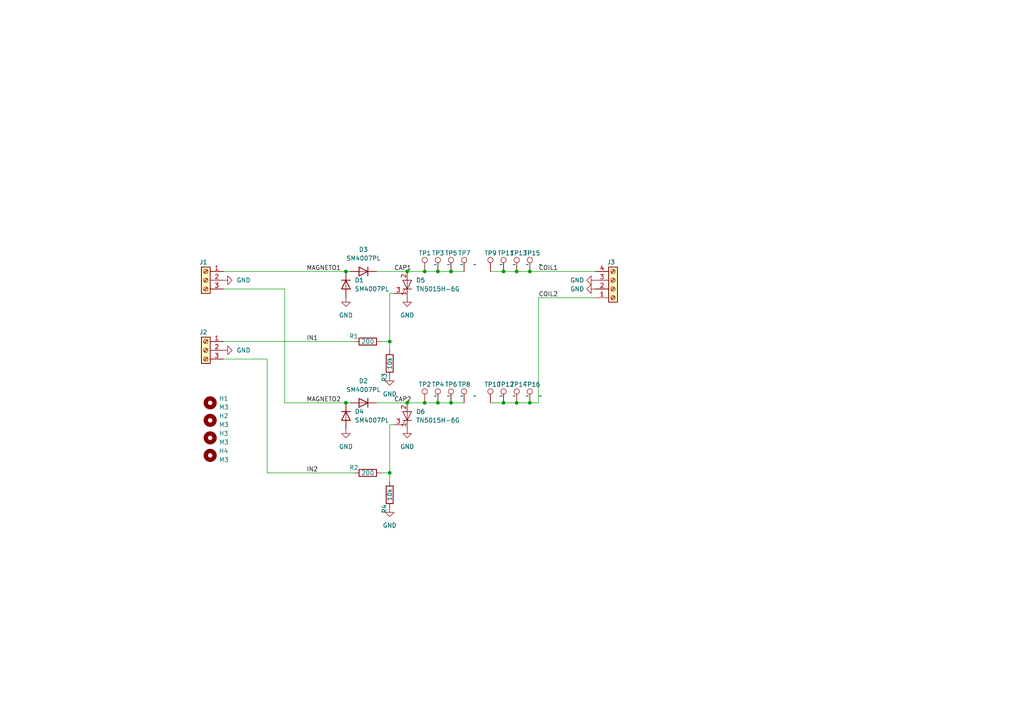
<source format=kicad_sch>
(kicad_sch (version 20231120) (generator "eeschema") (generator_version "8.0")
  (paper "A4")
  (lib_symbols
    (symbol "Connector:Screw_Terminal_01x03" (pin_names (offset 1.016) hide)
      (property "Reference" "J" (at 0 5.08 0))
      (property "Value" "Screw_Terminal_01x03" (at 0 -5.08 0))
      (symbol "Screw_Terminal_01x03_1_1"
        (rectangle (start -1.27 3.81) (end 1.27 -3.81) (stroke (width 0.254)) (fill (type background)))
        (circle (center 0 -2.54) (radius 0.635) (stroke (width 0.1524)))
        (polyline (pts (xy -0.5334 -2.2098) (xy 0.3302 -3.048)) (stroke (width 0.1524)))
        (polyline (pts (xy -0.5334 0.3302) (xy 0.3302 -0.508)) (stroke (width 0.1524)))
        (polyline (pts (xy -0.5334 2.8702) (xy 0.3302 2.032)) (stroke (width 0.1524)))
        (polyline (pts (xy -0.3556 -2.032) (xy 0.508 -2.8702)) (stroke (width 0.1524)))
        (polyline (pts (xy -0.3556 0.508) (xy 0.508 -0.3302)) (stroke (width 0.1524)))
        (polyline (pts (xy -0.3556 3.048) (xy 0.508 2.2098)) (stroke (width 0.1524)))
        (circle (center 0 0) (radius 0.635) (stroke (width 0.1524)))
        (circle (center 0 2.54) (radius 0.635) (stroke (width 0.1524)))
        (pin passive line (at -5.08 2.54 0) (length 3.81) (name "Pin_1") (number "1"))
        (pin passive line (at -5.08 0 0) (length 3.81) (name "Pin_2") (number "2"))
        (pin passive line (at -5.08 -2.54 0) (length 3.81) (name "Pin_3") (number "3"))
      )
    )
    (symbol "Connector:Screw_Terminal_01x04" (pin_names (offset 1.016) hide)
      (property "Reference" "J" (at 0 5.08 0))
      (property "Value" "Screw_Terminal_01x04" (at 0 -7.62 0))
      (symbol "Screw_Terminal_01x04_1_1"
        (rectangle (start -1.27 3.81) (end 1.27 -6.35) (stroke (width 0.254)) (fill (type background)))
        (circle (center 0 -5.08) (radius 0.635) (stroke (width 0.1524)))
        (circle (center 0 -2.54) (radius 0.635) (stroke (width 0.1524)))
        (polyline (pts (xy -0.5334 -4.7498) (xy 0.3302 -5.588)) (stroke (width 0.1524)))
        (polyline (pts (xy -0.5334 -2.2098) (xy 0.3302 -3.048)) (stroke (width 0.1524)))
        (polyline (pts (xy -0.5334 0.3302) (xy 0.3302 -0.508)) (stroke (width 0.1524)))
        (polyline (pts (xy -0.5334 2.8702) (xy 0.3302 2.032)) (stroke (width 0.1524)))
        (polyline (pts (xy -0.3556 -4.572) (xy 0.508 -5.4102)) (stroke (width 0.1524)))
        (polyline (pts (xy -0.3556 -2.032) (xy 0.508 -2.8702)) (stroke (width 0.1524)))
        (polyline (pts (xy -0.3556 0.508) (xy 0.508 -0.3302)) (stroke (width 0.1524)))
        (polyline (pts (xy -0.3556 3.048) (xy 0.508 2.2098)) (stroke (width 0.1524)))
        (circle (center 0 0) (radius 0.635) (stroke (width 0.1524)))
        (circle (center 0 2.54) (radius 0.635) (stroke (width 0.1524)))
        (pin passive line (at -5.08 2.54 0) (length 3.81) (name "Pin_1") (number "1"))
        (pin passive line (at -5.08 0 0) (length 3.81) (name "Pin_2") (number "2"))
        (pin passive line (at -5.08 -2.54 0) (length 3.81) (name "Pin_3") (number "3"))
        (pin passive line (at -5.08 -5.08 0) (length 3.81) (name "Pin_4") (number "4"))
      )
    )
    (symbol "Connector:TestPoint" (pin_numbers hide) (pin_names (offset 0.762) hide)
      (property "Reference" "TP" (at 0 6.858 0))
      (property "Value" "TestPoint" (at 0 5.08 0))
      (symbol "TestPoint_0_1"
        (circle (center 0 3.302) (radius 0.762))
      )
      (symbol "TestPoint_1_1"
        (pin passive line (at 0 0 90) (length 2.54) (name "1") (number "1"))
      )
    )
    (symbol "Device:Q_SCR_KAG" (pin_names (offset 0) hide)
      (property "Reference" "D" (at 1.905 0.635 0))
      (property "Value" "Q_SCR_KAG" (at 1.905 -1.27 0))
      (symbol "Q_SCR_KAG_0_1"
        (polyline (pts (xy -1.27 -2.54) (xy -0.635 -1.27)))
        (polyline (pts (xy -1.27 -1.27) (xy 1.27 -1.27)) (stroke (width 0.2032)))
        (polyline (pts (xy 0 -2.54) (xy 0 2.54)))
        (polyline (pts (xy -1.27 1.27) (xy 1.27 1.27) (xy 0 -1.27) (xy -1.27 1.27)) (stroke (width 0.2032)))
      )
      (symbol "Q_SCR_KAG_1_1"
        (pin passive line (at 0 -3.81 90) (length 2.54) (name "K") (number "1"))
        (pin passive line (at 0 3.81 270) (length 2.54) (name "A") (number "2"))
        (pin input line (at -3.81 -2.54 0) (length 2.54) (name "G") (number "3"))
      )
    )
    (symbol "Device:R" (pin_numbers hide) (pin_names (offset 0))
      (property "Reference" "R" (at 2.032 0 90))
      (property "Value" "R" (at 0 0 90))
      (symbol "R_0_1"
        (rectangle (start -1.016 -2.54) (end 1.016 2.54) (stroke (width 0.254)))
      )
      (symbol "R_1_1"
        (pin passive line (at 0 3.81 270) (length 1.27) (name "~") (number "1"))
        (pin passive line (at 0 -3.81 90) (length 1.27) (name "~") (number "2"))
      )
    )
    (symbol "Diode:1N4007" (pin_numbers hide) (pin_names hide)
      (property "Reference" "D" (at 0 2.54 0))
      (property "Value" "1N4007" (at 0 -2.54 0))
      (symbol "1N4007_0_1"
        (polyline (pts (xy -1.27 1.27) (xy -1.27 -1.27)) (stroke (width 0.254)))
        (polyline (pts (xy 1.27 0) (xy -1.27 0)))
        (polyline (pts (xy 1.27 1.27) (xy 1.27 -1.27) (xy -1.27 0) (xy 1.27 1.27)) (stroke (width 0.254)))
      )
      (symbol "1N4007_1_1"
        (pin passive line (at -3.81 0 0) (length 2.54) (name "K") (number "1"))
        (pin passive line (at 3.81 0 180) (length 2.54) (name "A") (number "2"))
      )
    )
    (symbol "Mechanical:MountingHole" (pin_names (offset 1.016)) (exclude_from_sim yes) (in_bom no)
      (property "Reference" "H" (at 0 5.08 0))
      (property "Value" "MountingHole" (at 0 3.175 0))
      (symbol "MountingHole_0_1"
        (circle (center 0 0) (radius 1.27) (stroke (width 1.27)))
      )
    )
    (symbol "power:GND" (power) (pin_numbers hide) (pin_names (offset 0) hide)
      (property "Value" "GND" (at 0 -3.81 0))
      (symbol "GND_0_1"
        (polyline (pts (xy 0 0) (xy 0 -1.27) (xy 1.27 -1.27) (xy 0 -2.54) (xy -1.27 -1.27) (xy 0 -1.27)))
      )
      (symbol "GND_1_1"
        (pin power_in line (at 0 0 270) (length 0) (name "~") (number "1"))
      )
    )
  )
  (junction (at 118.11 78.74))
  (junction (at 113.03 137.16))
  (junction (at 100.33 78.74))
  (junction (at 113.03 99.06))
  (junction (at 123.19 78.74))
  (junction (at 100.33 116.84))
  (junction (at 127 116.84))
  (junction (at 149.86 116.84))
  (junction (at 118.11 116.84))
  (junction (at 153.67 78.74))
  (junction (at 123.19 116.84))
  (junction (at 127 78.74))
  (junction (at 146.05 78.74))
  (junction (at 153.67 116.84))
  (junction (at 146.05 116.84))
  (junction (at 130.81 78.74))
  (junction (at 130.81 116.84))
  (junction (at 149.86 78.74))
  (wire (pts (xy 118.11 116.84) (xy 123.19 116.84)))
  (wire (pts (xy 77.47 137.16) (xy 102.87 137.16)))
  (wire (pts (xy 127 78.74) (xy 130.81 78.74)))
  (wire (pts (xy 110.49 137.16) (xy 113.03 137.16)))
  (wire (pts (xy 82.55 83.82) (xy 64.77 83.82)))
  (wire (pts (xy 109.22 78.74) (xy 118.11 78.74)))
  (wire (pts (xy 110.49 99.06) (xy 113.03 99.06)))
  (wire (pts (xy 77.47 137.16) (xy 77.47 104.14)))
  (wire (pts (xy 113.03 139.7) (xy 113.03 137.16)))
  (wire (pts (xy 82.55 116.84) (xy 82.55 83.82)))
  (wire (pts (xy 82.55 116.84) (xy 100.33 116.84)))
  (wire (pts (xy 113.03 137.16) (xy 113.03 123.19)))
  (wire (pts (xy 109.22 116.84) (xy 118.11 116.84)))
  (wire (pts (xy 113.03 85.09) (xy 114.3 85.09)))
  (wire (pts (xy 64.77 78.74) (xy 100.33 78.74)))
  (wire (pts (xy 153.67 78.74) (xy 172.72 78.74)))
  (wire (pts (xy 113.03 101.6) (xy 113.03 99.06)))
  (wire (pts (xy 118.11 78.74) (xy 123.19 78.74)))
  (wire (pts (xy 156.21 116.84) (xy 156.21 86.36)))
  (wire (pts (xy 100.33 78.74) (xy 101.6 78.74)))
  (wire (pts (xy 100.33 116.84) (xy 101.6 116.84)))
  (wire (pts (xy 149.86 78.74) (xy 153.67 78.74)))
  (wire (pts (xy 146.05 78.74) (xy 149.86 78.74)))
  (wire (pts (xy 149.86 116.84) (xy 153.67 116.84)))
  (wire (pts (xy 156.21 86.36) (xy 172.72 86.36)))
  (wire (pts (xy 130.81 78.74) (xy 134.62 78.74)))
  (wire (pts (xy 142.24 78.74) (xy 146.05 78.74)))
  (wire (pts (xy 64.77 99.06) (xy 102.87 99.06)))
  (wire (pts (xy 146.05 116.84) (xy 149.86 116.84)))
  (wire (pts (xy 113.03 99.06) (xy 113.03 85.09)))
  (wire (pts (xy 130.81 116.84) (xy 134.62 116.84)))
  (wire (pts (xy 153.67 116.84) (xy 156.21 116.84)))
  (wire (pts (xy 113.03 123.19) (xy 114.3 123.19)))
  (wire (pts (xy 142.24 116.84) (xy 146.05 116.84)))
  (wire (pts (xy 123.19 78.74) (xy 127 78.74)))
  (wire (pts (xy 77.47 104.14) (xy 64.77 104.14)))
  (wire (pts (xy 123.19 116.84) (xy 127 116.84)))
  (wire (pts (xy 127 116.84) (xy 130.81 116.84)))
  (label "COIL2" (at 156.21 86.36 0))
  (label "COIL1" (at 156.21 78.74 0))
  (label "CAP1" (at 114.3 78.74 0))
  (label "CAP2" (at 114.3 116.84 0))
  (label "IN2" (at 88.9 137.16 0))
  (label "MAGNETO2" (at 88.9 116.84 0))
  (label "MAGNETO1" (at 88.9 78.74 0))
  (label "IN1" (at 88.9 99.06 0))
  (symbol (lib_id "Device:R") (at 113.03 105.41 180) (unit 1)
    (property "Reference" "R3" (at 111.506 109.474 90))
    (property "Value" "10k" (at 113.03 105.41 90))
    (property "Footprint" "Resistor_SMD:R_1206_3216Metric_Pad1.30x1.75mm_HandSolder" (effects (hide yes)))
    (property "Description" "Resistor" (effects (hide yes)))
    (property "LCSC" "C175515" (effects (hide yes)))
  )
  (symbol (lib_id "Connector:Screw_Terminal_01x04") (at 177.8 83.82 0) (mirror x) (unit 1)
    (property "Reference" "J3" (at 177.2285 76.0434 0))
    (property "Value" "Screw_Terminal_01x04" (effects (hide yes)))
    (property "Footprint" "TerminalBlock_MetzConnect:TerminalBlock_MetzConnect_Type055_RT01504HDWU_1x04_P5.00mm_Horizontal" (effects (hide yes)))
    (property "LCSC" "C173286" (effects (hide yes)))
  )
  (symbol (lib_id "Connector:Screw_Terminal_01x03") (at 59.69 81.28 0) (mirror y) (unit 1)
    (property "Reference" "J1" (at 58.9915 76.0434 0))
    (property "Value" "Screw_Terminal_01x03" (effects (hide yes)))
    (property "Footprint" "TerminalBlock_MetzConnect:TerminalBlock_MetzConnect_Type055_RT01503HDWU_1x03_P5.00mm_Horizontal" (effects (hide yes)))
    (property "LCSC" "C557647" (effects (hide yes)))
  )
  (symbol (lib_id "power:GND") (at 100.33 86.36 0) (unit 1)
    (property "Reference" "#PWR03" (effects (hide yes)))
    (property "Value" "GND" (at 100.33 91.44 0))
    (property "Description" "Power symbol creates a global label with name \"GND\" , ground" (effects (hide yes)))
  )
  (symbol (lib_id "Connector:TestPoint") (at 153.67 78.74 0) (unit 1)
    (property "Reference" "TP15" (at 151.892 73.406 0) (effects (justify left)))
    (property "Value" "~" (at 156.21 76.7079 0) (effects (justify left)))
    (property "Footprint" "Connector_Wire:SolderWire-1sqmm_1x01_D1.4mm_OD2.7mm" (effects (hide yes)))
  )
  (symbol (lib_id "power:GND") (at 64.77 81.28 90) (unit 1)
    (property "Reference" "#PWR01" (effects (hide yes)))
    (property "Value" "GND" (at 68.58 81.2799 90) (effects (justify right)))
  )
  (symbol (lib_id "Connector:TestPoint") (at 134.62 78.74 0) (unit 1)
    (property "Reference" "TP7" (at 132.842 73.406 0) (effects (justify left)))
    (property "Value" "~" (at 137.16 76.7079 0) (effects (justify left)))
    (property "Footprint" "Connector_Wire:SolderWire-1sqmm_1x01_D1.4mm_OD2.7mm" (effects (hide yes)))
  )
  (symbol (lib_id "Diode:1N4007") (at 100.33 82.55 270) (unit 1)
    (property "Reference" "D1" (at 102.87 81.2799 90) (effects (justify left)))
    (property "Value" "SM4007PL" (at 102.87 83.8199 90) (effects (justify left)))
    (property "Footprint" "Diode_SMD:D_SOD-123F" (effects (hide yes)))
    (property "Datasheet" "http://www.vishay.com/docs/88503/1n4001.pdf" (effects (hide yes)))
    (property "Description" "1000V 1A General Purpose Rectifier Diode, DO-41" (effects (hide yes)))
    (property "LCSC" "C64898" (effects (hide yes)))
  )
  (symbol (lib_id "power:GND") (at 172.72 83.82 270) (unit 1)
    (property "Reference" "#PWR010" (effects (hide yes)))
    (property "Value" "GND" (at 167.386 83.82 90))
    (property "Description" "Power symbol creates a global label with name \"GND\" , ground" (effects (hide yes)))
  )
  (symbol (lib_id "Connector:Screw_Terminal_01x03") (at 59.69 101.6 0) (mirror y) (unit 1)
    (property "Reference" "J2" (at 58.9915 96.3634 0))
    (property "Value" "Screw_Terminal_01x03" (effects (hide yes)))
    (property "Footprint" "TerminalBlock_MetzConnect:TerminalBlock_MetzConnect_Type055_RT01503HDWU_1x03_P5.00mm_Horizontal" (effects (hide yes)))
    (property "LCSC" "C557647" (effects (hide yes)))
  )
  (symbol (lib_id "Connector:TestPoint") (at 123.19 116.84 0) (unit 1)
    (property "Reference" "TP2" (at 121.412 111.506 0) (effects (justify left)))
    (property "Value" "~" (at 125.73 114.8079 0) (effects (justify left)))
    (property "Footprint" "Connector_Wire:SolderWire-1sqmm_1x01_D1.4mm_OD2.7mm" (effects (hide yes)))
  )
  (symbol (lib_id "Mechanical:MountingHole") (at 60.96 121.92 0) (unit 1) (exclude_from_sim yes) (in_bom no)
    (property "Reference" "H2" (at 63.5 120.6499 0) (effects (justify left)))
    (property "Value" "M3" (at 63.5 123.1899 0) (effects (justify left)))
    (property "Footprint" "MountingHole:MountingHole_3.2mm_M3_Pad_Via" (effects (hide yes)))
    (property "Description" "Mounting Hole without connection" (effects (hide yes)))
  )
  (symbol (lib_id "power:GND") (at 64.77 101.6 90) (unit 1)
    (property "Reference" "#PWR02" (effects (hide yes)))
    (property "Value" "GND" (at 68.58 101.5999 90) (effects (justify right)))
  )
  (symbol (lib_id "power:GND") (at 113.03 109.22 0) (unit 1)
    (property "Reference" "#PWR05" (effects (hide yes)))
    (property "Value" "GND" (at 113.03 114.3 0))
    (property "Description" "Power symbol creates a global label with name \"GND\" , ground" (effects (hide yes)))
  )
  (symbol (lib_id "Diode:1N4007") (at 105.41 116.84 180) (unit 1)
    (property "Reference" "D2" (at 105.41 110.49 0))
    (property "Value" "SM4007PL" (at 105.41 113.03 0))
    (property "Footprint" "Diode_SMD:D_SOD-123F" (effects (hide yes)))
    (property "Datasheet" "http://www.vishay.com/docs/88503/1n4001.pdf" (effects (hide yes)))
    (property "Description" "1000V 1A General Purpose Rectifier Diode, DO-41" (effects (hide yes)))
    (property "LCSC" "C64898" (effects (hide yes)))
  )
  (symbol (lib_id "Connector:TestPoint") (at 130.81 78.74 0) (unit 1)
    (property "Reference" "TP5" (at 129.032 73.406 0) (effects (justify left)))
    (property "Value" "~" (at 133.35 76.7079 0) (effects (justify left)))
    (property "Footprint" "Connector_Wire:SolderWire-1sqmm_1x01_D1.4mm_OD2.7mm" (effects (hide yes)))
  )
  (symbol (lib_id "Connector:TestPoint") (at 134.62 116.84 0) (unit 1)
    (property "Reference" "TP8" (at 132.842 111.506 0) (effects (justify left)))
    (property "Value" "~" (at 137.16 114.8079 0) (effects (justify left)))
    (property "Footprint" "Connector_Wire:SolderWire-1sqmm_1x01_D1.4mm_OD2.7mm" (effects (hide yes)))
  )
  (symbol (lib_id "Device:R") (at 113.03 143.51 180) (unit 1)
    (property "Reference" "R4" (at 111.506 147.574 90))
    (property "Value" "10k" (at 113.03 143.51 90))
    (property "Footprint" "Resistor_SMD:R_1206_3216Metric_Pad1.30x1.75mm_HandSolder" (effects (hide yes)))
    (property "Description" "Resistor" (effects (hide yes)))
    (property "LCSC" "C175515" (effects (hide yes)))
  )
  (symbol (lib_id "Connector:TestPoint") (at 127 116.84 0) (unit 1)
    (property "Reference" "TP4" (at 125.222 111.506 0) (effects (justify left)))
    (property "Value" "~" (at 129.54 114.8079 0) (effects (justify left)))
    (property "Footprint" "Connector_Wire:SolderWire-1sqmm_1x01_D1.4mm_OD2.7mm" (effects (hide yes)))
  )
  (symbol (lib_id "Connector:TestPoint") (at 142.24 78.74 0) (unit 1)
    (property "Reference" "TP9" (at 140.462 73.406 0) (effects (justify left)))
    (property "Value" "~" (at 144.78 76.7079 0) (effects (justify left)))
    (property "Footprint" "Connector_Wire:SolderWire-1sqmm_1x01_D1.4mm_OD2.7mm" (effects (hide yes)))
  )
  (symbol (lib_id "Connector:TestPoint") (at 130.81 116.84 0) (unit 1)
    (property "Reference" "TP6" (at 129.032 111.506 0) (effects (justify left)))
    (property "Value" "~" (at 133.35 114.8079 0) (effects (justify left)))
    (property "Footprint" "Connector_Wire:SolderWire-1sqmm_1x01_D1.4mm_OD2.7mm" (effects (hide yes)))
  )
  (symbol (lib_id "power:GND") (at 100.33 124.46 0) (unit 1)
    (property "Reference" "#PWR04" (effects (hide yes)))
    (property "Value" "GND" (at 100.33 129.54 0))
    (property "Description" "Power symbol creates a global label with name \"GND\" , ground" (effects (hide yes)))
  )
  (symbol (lib_id "power:GND") (at 113.03 147.32 0) (unit 1)
    (property "Reference" "#PWR06" (effects (hide yes)))
    (property "Value" "GND" (at 113.03 152.4 0))
    (property "Description" "Power symbol creates a global label with name \"GND\" , ground" (effects (hide yes)))
  )
  (symbol (lib_id "Connector:TestPoint") (at 153.67 116.84 0) (unit 1)
    (property "Reference" "TP16" (at 151.892 111.506 0) (effects (justify left)))
    (property "Value" "~" (at 156.21 114.8079 0) (effects (justify left)))
    (property "Footprint" "Connector_Wire:SolderWire-1sqmm_1x01_D1.4mm_OD2.7mm" (effects (hide yes)))
  )
  (symbol (lib_id "Device:Q_SCR_KAG") (at 118.11 120.65 0) (unit 1)
    (property "Reference" "D6" (at 120.65 119.3799 0) (effects (justify left)))
    (property "Value" "TN5015H-6G" (at 120.65 121.9199 0) (effects (justify left)))
    (property "Footprint" "Package_TO_SOT_SMD:TO-263-2" (effects (hide yes)))
    (property "Description" "Silicon controlled rectifier, cathode/anode/gate" (effects (hide yes)))
    (property "LCSC" "C2971185" (effects (hide yes)))
  )
  (symbol (lib_id "Connector:TestPoint") (at 123.19 78.74 0) (unit 1)
    (property "Reference" "TP1" (at 121.412 73.406 0) (effects (justify left)))
    (property "Value" "~" (at 125.73 76.7079 0) (effects (justify left)))
    (property "Footprint" "Connector_Wire:SolderWire-1sqmm_1x01_D1.4mm_OD2.7mm" (effects (hide yes)))
  )
  (symbol (lib_id "power:GND") (at 172.72 81.28 270) (unit 1)
    (property "Reference" "#PWR09" (effects (hide yes)))
    (property "Value" "GND" (at 167.386 81.28 90))
    (property "Description" "Power symbol creates a global label with name \"GND\" , ground" (effects (hide yes)))
  )
  (symbol (lib_id "Device:R") (at 106.68 137.16 90) (unit 1)
    (property "Reference" "R2" (at 102.616 135.636 90))
    (property "Value" "200" (at 106.68 137.16 90))
    (property "Footprint" "Resistor_SMD:R_1206_3216Metric_Pad1.30x1.75mm_HandSolder" (effects (hide yes)))
    (property "Description" "Resistor" (effects (hide yes)))
    (property "LCSC" "C2962216" (effects (hide yes)))
  )
  (symbol (lib_id "Connector:TestPoint") (at 146.05 116.84 0) (unit 1)
    (property "Reference" "TP12" (at 144.272 111.506 0) (effects (justify left)))
    (property "Value" "~" (at 148.59 114.8079 0) (effects (justify left)))
    (property "Footprint" "Connector_Wire:SolderWire-1sqmm_1x01_D1.4mm_OD2.7mm" (effects (hide yes)))
  )
  (symbol (lib_id "Mechanical:MountingHole") (at 60.96 127 0) (unit 1) (exclude_from_sim yes) (in_bom no)
    (property "Reference" "H3" (at 63.5 125.7299 0) (effects (justify left)))
    (property "Value" "M3" (at 63.5 128.2699 0) (effects (justify left)))
    (property "Footprint" "MountingHole:MountingHole_3.2mm_M3_Pad_Via" (effects (hide yes)))
    (property "Description" "Mounting Hole without connection" (effects (hide yes)))
  )
  (symbol (lib_id "Connector:TestPoint") (at 142.24 116.84 0) (unit 1)
    (property "Reference" "TP10" (at 140.462 111.506 0) (effects (justify left)))
    (property "Value" "~" (at 144.78 114.8079 0) (effects (justify left)))
    (property "Footprint" "Connector_Wire:SolderWire-1sqmm_1x01_D1.4mm_OD2.7mm" (effects (hide yes)))
  )
  (symbol (lib_id "Mechanical:MountingHole") (at 60.96 132.08 0) (unit 1) (exclude_from_sim yes) (in_bom no)
    (property "Reference" "H4" (at 63.5 130.8099 0) (effects (justify left)))
    (property "Value" "M3" (at 63.5 133.3499 0) (effects (justify left)))
    (property "Footprint" "MountingHole:MountingHole_3.2mm_M3_Pad_Via" (effects (hide yes)))
    (property "Description" "Mounting Hole without connection" (effects (hide yes)))
  )
  (symbol (lib_id "Connector:TestPoint") (at 146.05 78.74 0) (unit 1)
    (property "Reference" "TP11" (at 144.272 73.406 0) (effects (justify left)))
    (property "Value" "~" (at 148.59 76.7079 0) (effects (justify left)))
    (property "Footprint" "Connector_Wire:SolderWire-1sqmm_1x01_D1.4mm_OD2.7mm" (effects (hide yes)))
  )
  (symbol (lib_id "Mechanical:MountingHole") (at 60.96 116.84 0) (unit 1) (exclude_from_sim yes) (in_bom no)
    (property "Reference" "H1" (at 63.5 115.5699 0) (effects (justify left)))
    (property "Value" "M3" (at 63.5 118.1099 0) (effects (justify left)))
    (property "Footprint" "MountingHole:MountingHole_3.2mm_M3_Pad_Via" (effects (hide yes)))
    (property "Description" "Mounting Hole without connection" (effects (hide yes)))
  )
  (symbol (lib_id "Device:R") (at 106.68 99.06 90) (unit 1)
    (property "Reference" "R1" (at 102.616 97.536 90))
    (property "Value" "200" (at 106.68 99.06 90))
    (property "Footprint" "Resistor_SMD:R_1206_3216Metric_Pad1.30x1.75mm_HandSolder" (effects (hide yes)))
    (property "Description" "Resistor" (effects (hide yes)))
    (property "LCSC" "C2962216" (effects (hide yes)))
  )
  (symbol (lib_id "Diode:1N4007") (at 105.41 78.74 180) (unit 1)
    (property "Reference" "D3" (at 105.41 72.39 0))
    (property "Value" "SM4007PL" (at 105.41 74.93 0))
    (property "Footprint" "Diode_SMD:D_SOD-123F" (effects (hide yes)))
    (property "Datasheet" "http://www.vishay.com/docs/88503/1n4001.pdf" (effects (hide yes)))
    (property "Description" "1000V 1A General Purpose Rectifier Diode, DO-41" (effects (hide yes)))
    (property "LCSC" "C64898" (effects (hide yes)))
  )
  (symbol (lib_id "Device:Q_SCR_KAG") (at 118.11 82.55 0) (unit 1)
    (property "Reference" "D5" (at 120.65 81.2799 0) (effects (justify left)))
    (property "Value" "TN5015H-6G" (at 120.65 83.8199 0) (effects (justify left)))
    (property "Footprint" "Package_TO_SOT_SMD:TO-263-2" (effects (hide yes)))
    (property "Description" "Silicon controlled rectifier, cathode/anode/gate" (effects (hide yes)))
    (property "LCSC" "C2971185" (effects (hide yes)))
  )
  (symbol (lib_id "Connector:TestPoint") (at 149.86 116.84 0) (unit 1)
    (property "Reference" "TP14" (at 148.082 111.506 0) (effects (justify left)))
    (property "Value" "~" (at 152.4 114.8079 0) (effects (justify left)))
    (property "Footprint" "Connector_Wire:SolderWire-1sqmm_1x01_D1.4mm_OD2.7mm" (effects (hide yes)))
  )
  (symbol (lib_id "Connector:TestPoint") (at 149.86 78.74 0) (unit 1)
    (property "Reference" "TP13" (at 148.082 73.406 0) (effects (justify left)))
    (property "Value" "~" (at 152.4 76.7079 0) (effects (justify left)))
    (property "Footprint" "Connector_Wire:SolderWire-1sqmm_1x01_D1.4mm_OD2.7mm" (effects (hide yes)))
  )
  (symbol (lib_id "power:GND") (at 118.11 124.46 0) (unit 1)
    (property "Reference" "#PWR08" (effects (hide yes)))
    (property "Value" "GND" (at 118.11 129.54 0))
    (property "Description" "Power symbol creates a global label with name \"GND\" , ground" (effects (hide yes)))
  )
  (symbol (lib_id "Diode:1N4007") (at 100.33 120.65 270) (unit 1)
    (property "Reference" "D4" (at 102.87 119.3799 90) (effects (justify left)))
    (property "Value" "SM4007PL" (at 102.87 121.9199 90) (effects (justify left)))
    (property "Footprint" "Diode_SMD:D_SOD-123F" (effects (hide yes)))
    (property "Datasheet" "http://www.vishay.com/docs/88503/1n4001.pdf" (effects (hide yes)))
    (property "Description" "1000V 1A General Purpose Rectifier Diode, DO-41" (effects (hide yes)))
    (property "LCSC" "C64898" (effects (hide yes)))
  )
  (symbol (lib_id "power:GND") (at 118.11 86.36 0) (unit 1)
    (property "Reference" "#PWR07" (effects (hide yes)))
    (property "Value" "GND" (at 118.11 91.44 0))
    (property "Description" "Power symbol creates a global label with name \"GND\" , ground" (effects (hide yes)))
  )
  (symbol (lib_id "Connector:TestPoint") (at 127 78.74 0) (unit 1)
    (property "Reference" "TP3" (at 125.222 73.406 0) (effects (justify left)))
    (property "Value" "~" (at 129.54 76.7079 0) (effects (justify left)))
    (property "Footprint" "Connector_Wire:SolderWire-1sqmm_1x01_D1.4mm_OD2.7mm" (effects (hide yes)))
  )
)
</source>
